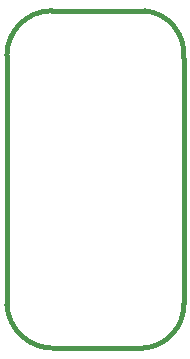
<source format=gbr>
G04 (created by PCBNEW (2013-02-27 BZR 3976)-stable) date 12/03/2013 13:33:29*
%MOIN*%
G04 Gerber Fmt 3.4, Leading zero omitted, Abs format*
%FSLAX34Y34*%
G01*
G70*
G90*
G04 APERTURE LIST*
%ADD10C,2.3622e-006*%
%ADD11C,0.015*%
G04 APERTURE END LIST*
G54D10*
G54D11*
X62250Y-29000D02*
X62250Y-37300D01*
X66850Y-27500D02*
X63750Y-27500D01*
X68150Y-37250D02*
X68150Y-29100D01*
X63900Y-38750D02*
X66750Y-38750D01*
X62250Y-37300D02*
G75*
G03X63900Y-38749I1549J100D01*
G74*
G01*
X66750Y-38749D02*
G75*
G03X68149Y-37249I-50J1449D01*
G74*
G01*
X68150Y-29099D02*
G75*
G03X66849Y-27499I-1450J149D01*
G74*
G01*
X63750Y-27500D02*
G75*
G03X62250Y-29000I0J-1500D01*
G74*
G01*
M02*

</source>
